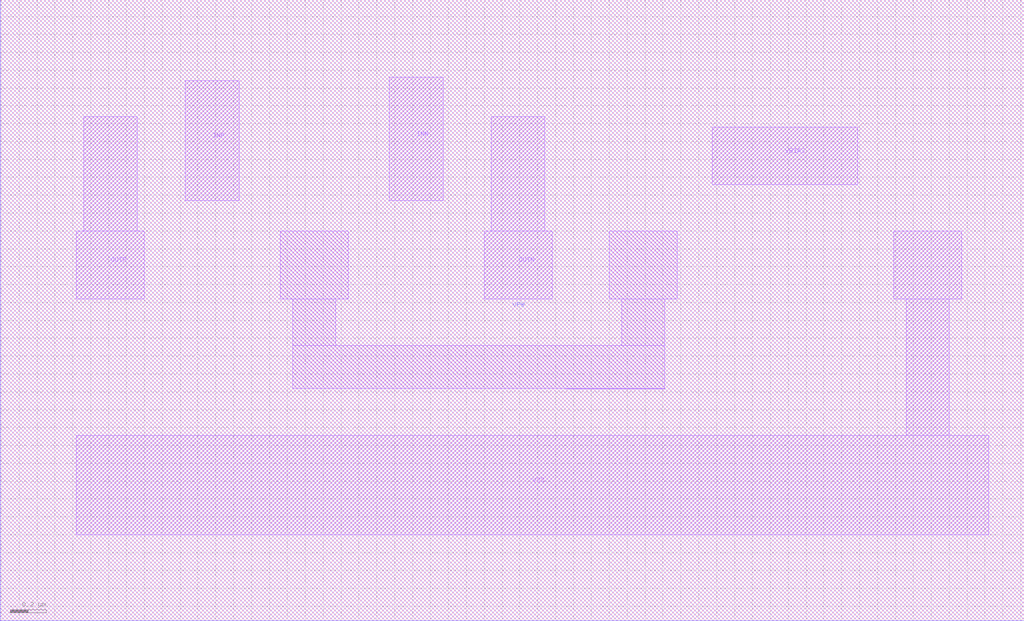
<source format=lef>
VERSION 5.7 ;
  NOWIREEXTENSIONATPIN ON ;
  DIVIDERCHAR "/" ;
  BUSBITCHARS "[]" ;
MACRO CS_Switch_8x
  CLASS BLOCK ;
  FOREIGN CS_Switch_8x ;
  ORIGIN -2.595 -5.120 ;
  SIZE 5.725 BY 3.475 ;
  PIN INP
    DIRECTION INPUT ;
    USE SIGNAL ;
    ANTENNAGATEAREA 0.061600 ;
    PORT
      LAYER Metal1 ;
        RECT 3.630 7.470 3.930 8.140 ;
    END
  END INP
  PIN INN
    DIRECTION INPUT ;
    USE SIGNAL ;
    ANTENNAGATEAREA 0.061600 ;
    PORT
      LAYER Metal1 ;
        RECT 4.770 7.470 5.070 8.160 ;
    END
  END INN
  PIN OUTP
    DIRECTION INOUT ;
    USE POWER ;
    PORT
      LAYER Metal1 ;
        RECT 3.060 7.300 3.360 7.940 ;
        RECT 3.020 6.920 3.400 7.300 ;
    END
  END OUTP
  PIN OUTN
    DIRECTION INOUT ;
    USE POWER ;
    PORT
      LAYER Metal1 ;
        RECT 5.340 7.300 5.640 7.940 ;
        RECT 5.300 6.920 5.680 7.300 ;
    END
  END OUTN
  PIN VBIAS
    DIRECTION INOUT ;
    USE POWER ;
    PORT
      LAYER Metal1 ;
        RECT 6.575 7.560 7.390 7.880 ;
    END
  END VBIAS
  PIN VSS
    DIRECTION INOUT ;
    USE GROUND ;
    PORT
      LAYER Metal1 ;
        RECT 7.590 6.920 7.970 7.300 ;
        RECT 7.660 6.155 7.900 6.920 ;
        RECT 3.020 5.600 8.120 6.155 ;
    END
  END VSS
  PIN VPW
    DIRECTION INOUT ;
    USE GROUND ;
    PORT
      LAYER Pwell ;
        RECT 2.595 5.120 8.320 8.595 ;
    END
  END VPW
  OBS
      LAYER Metal1 ;
        RECT 4.160 6.920 4.540 7.300 ;
        RECT 6.000 6.920 6.380 7.300 ;
        RECT 4.230 6.660 4.470 6.920 ;
        RECT 6.070 6.660 6.310 6.920 ;
        RECT 4.230 6.420 6.310 6.660 ;
        RECT 5.760 6.415 6.310 6.420 ;
  END
END CS_Switch_8x
END LIBRARY


</source>
